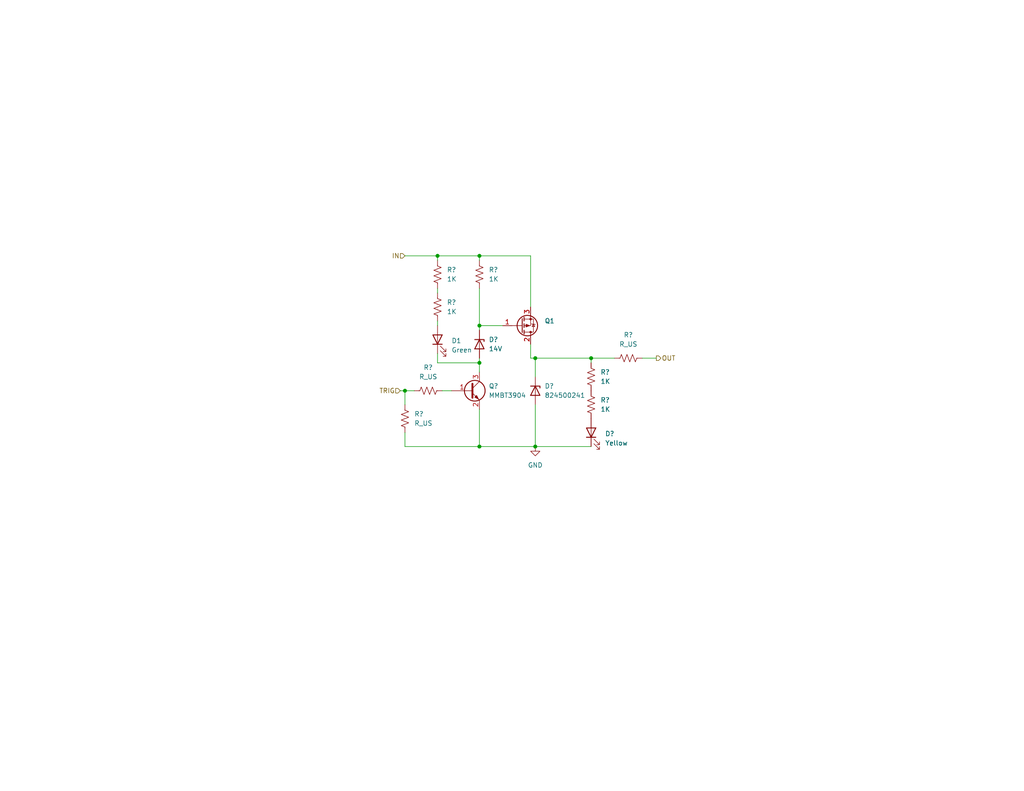
<source format=kicad_sch>
(kicad_sch (version 20211123) (generator eeschema)
  (paper "USLetter")
  (title_block (title "DOM - Fet Output Channel") (date "2022-07-14") (rev "1.0") (company "Missouri S&T Rocket Design Team") (comment 1 "Seth Sievers"))
  (lib_symbols
    (symbol "Device:D_Zener" (pin_numbers hide) (pin_names (offset 1.016) hide)
      (property "Reference" "D" (at 0 2.54 0))
      (property "Value" "D_Zener" (at 0 -2.54 0))
      (symbol "D_Zener_0_1"
        (polyline (pts (xy 1.27 0) (xy -1.27 0)))
        (polyline (pts (xy -1.27 -1.27) (xy -1.27 1.27) (xy -0.762 1.27)) (stroke (width 0.254)))
        (polyline (pts (xy 1.27 -1.27) (xy 1.27 1.27) (xy -1.27 0) (xy 1.27 -1.27)) (stroke (width 0.254)))
      )
      (symbol "D_Zener_1_1"
        (pin passive line (at -3.81 0 0) (length 2.54) (name "K") (number "1"))
        (pin passive line (at 3.81 0 180) (length 2.54) (name "A") (number "2"))
      )
    )
    (symbol "Device:LED" (pin_numbers hide) (pin_names (offset 1.016) hide)
      (property "Reference" "D" (at 0 2.54 0))
      (property "Value" "LED" (at 0 -2.54 0))
      (symbol "LED_0_1"
        (polyline (pts (xy -1.27 -1.27) (xy -1.27 1.27)) (stroke (width 0.254)))
        (polyline (pts (xy -1.27 0) (xy 1.27 0)))
        (polyline (pts (xy 1.27 -1.27) (xy 1.27 1.27) (xy -1.27 0) (xy 1.27 -1.27)) (stroke (width 0.254)))
        (polyline (pts (xy -3.048 -0.762) (xy -4.572 -2.286) (xy -3.81 -2.286) (xy -4.572 -2.286) (xy -4.572 -1.524)))
        (polyline (pts (xy -1.778 -0.762) (xy -3.302 -2.286) (xy -2.54 -2.286) (xy -3.302 -2.286) (xy -3.302 -1.524)))
      )
      (symbol "LED_1_1"
        (pin passive line (at -3.81 0 0) (length 2.54) (name "K") (number "1"))
        (pin passive line (at 3.81 0 180) (length 2.54) (name "A") (number "2"))
      )
    )
    (symbol "Device:R_US" (pin_numbers hide) (pin_names (offset 0))
      (property "Reference" "R" (at 2.54 0 90))
      (property "Value" "R_US" (at -2.54 0 90))
      (symbol "R_US_0_1"
        (polyline (pts (xy 0 -2.286) (xy 0 -2.54)))
        (polyline (pts (xy 0 2.286) (xy 0 2.54)))
        (polyline (pts (xy 0 -0.762) (xy 1.016 -1.143) (xy 0 -1.524) (xy -1.016 -1.905) (xy 0 -2.286)))
        (polyline (pts (xy 0 0.762) (xy 1.016 0.381) (xy 0 0) (xy -1.016 -0.381) (xy 0 -0.762)))
        (polyline (pts (xy 0 2.286) (xy 1.016 1.905) (xy 0 1.524) (xy -1.016 1.143) (xy 0 0.762)))
      )
      (symbol "R_US_1_1"
        (pin passive line (at 0 3.81 270) (length 1.27) (name "~") (number "1"))
        (pin passive line (at 0 -3.81 90) (length 1.27) (name "~") (number "2"))
      )
    )
    (symbol "Transistor_BJT:MMBT3904" (pin_names (offset 0) hide)
      (property "Reference" "Q" (at 5.08 1.905 0))
      (property "Value" "MMBT3904" (at 5.08 0 0))
      (symbol "MMBT3904_0_1"
        (polyline (pts (xy 0.635 0.635) (xy 2.54 2.54)))
        (polyline (pts (xy 0.635 -0.635) (xy 2.54 -2.54) (xy 2.54 -2.54)))
        (polyline (pts (xy 0.635 1.905) (xy 0.635 -1.905) (xy 0.635 -1.905)) (stroke (width 0.508)))
        (polyline (pts (xy 1.27 -1.778) (xy 1.778 -1.27) (xy 2.286 -2.286) (xy 1.27 -1.778) (xy 1.27 -1.778)) (fill (type outline)))
        (circle (center 1.27 0) (radius 2.8194) (stroke (width 0.254)))
      )
      (symbol "MMBT3904_1_1"
        (pin input line (at -5.08 0 0) (length 5.715) (name "B") (number "1"))
        (pin passive line (at 2.54 -5.08 90) (length 2.54) (name "E") (number "2"))
        (pin passive line (at 2.54 5.08 270) (length 2.54) (name "C") (number "3"))
      )
    )
    (symbol "Transistor_FET:IRF9540N" (pin_names hide)
      (property "Reference" "Q" (at 5.08 1.905 0))
      (property "Value" "IRF9540N" (at 5.08 0 0))
      (symbol "IRF9540N_0_1"
        (polyline (pts (xy 0.254 0) (xy -2.54 0)))
        (polyline (pts (xy 0.254 1.905) (xy 0.254 -1.905)) (stroke (width 0.254)))
        (polyline (pts (xy 0.762 -1.27) (xy 0.762 -2.286)) (stroke (width 0.254)))
        (polyline (pts (xy 0.762 0.508) (xy 0.762 -0.508)) (stroke (width 0.254)))
        (polyline (pts (xy 0.762 2.286) (xy 0.762 1.27)) (stroke (width 0.254)))
        (polyline (pts (xy 2.54 2.54) (xy 2.54 1.778)))
        (polyline (pts (xy 2.54 -2.54) (xy 2.54 0) (xy 0.762 0)))
        (polyline (pts (xy 0.762 1.778) (xy 3.302 1.778) (xy 3.302 -1.778) (xy 0.762 -1.778)))
        (polyline (pts (xy 2.286 0) (xy 1.27 0.381) (xy 1.27 -0.381) (xy 2.286 0)) (fill (type outline)))
        (polyline (pts (xy 2.794 -0.508) (xy 2.921 -0.381) (xy 3.683 -0.381) (xy 3.81 -0.254)))
        (polyline (pts (xy 3.302 -0.381) (xy 2.921 0.254) (xy 3.683 0.254) (xy 3.302 -0.381)))
        (circle (center 1.651 0) (radius 2.794) (stroke (width 0.254)))
        (circle (center 2.54 -1.778) (radius 0.254) (fill (type outline)))
        (circle (center 2.54 1.778) (radius 0.254) (fill (type outline)))
      )
      (symbol "IRF9540N_1_1"
        (pin input line (at -5.08 0 0) (length 2.54) (name "G") (number "1"))
        (pin passive line (at 2.54 5.08 270) (length 2.54) (name "D") (number "2"))
        (pin passive line (at 2.54 -5.08 90) (length 2.54) (name "S") (number "3"))
      )
    )
    (symbol "power:GND" (power) (pin_names (offset 0))
      (property "Value" "GND" (at 0 -3.81 0))
      (symbol "GND_0_1"
        (polyline (pts (xy 0 0) (xy 0 -1.27) (xy 1.27 -1.27) (xy 0 -2.54) (xy -1.27 -1.27) (xy 0 -1.27)))
      )
      (symbol "GND_1_1"
        (pin power_in line (at 0 0 270) (length 0) hide (name "GND") (number "1"))
      )
    )
  )
  (junction (at 130.81 69.85))
  (junction (at 130.81 88.9))
  (junction (at 110.49 106.68))
  (junction (at 130.81 121.92))
  (junction (at 161.29 97.79))
  (junction (at 130.81 99.06))
  (junction (at 119.38 69.85))
  (junction (at 146.05 121.92))
  (junction (at 146.05 97.79))
  (wire (pts (xy 110.49 118.11) (xy 110.49 121.92)))
  (wire (pts (xy 110.49 69.85) (xy 119.38 69.85)))
  (wire (pts (xy 144.78 97.79) (xy 146.05 97.79)))
  (wire (pts (xy 130.81 88.9) (xy 130.81 90.17)))
  (wire (pts (xy 144.78 93.98) (xy 144.78 97.79)))
  (wire (pts (xy 175.26 97.79) (xy 179.07 97.79)))
  (wire (pts (xy 146.05 97.79) (xy 146.05 102.87)))
  (wire (pts (xy 119.38 87.63) (xy 119.38 88.9)))
  (wire (pts (xy 130.81 121.92) (xy 110.49 121.92)))
  (wire (pts (xy 161.29 97.79) (xy 161.29 99.06)))
  (wire (pts (xy 161.29 97.79) (xy 167.64 97.79)))
  (wire (pts (xy 119.38 69.85) (xy 119.38 71.12)))
  (wire (pts (xy 130.81 99.06) (xy 130.81 97.79)))
  (wire (pts (xy 144.78 69.85) (xy 144.78 83.82)))
  (wire (pts (xy 130.81 78.74) (xy 130.81 88.9)))
  (wire (pts (xy 130.81 99.06) (xy 130.81 101.6)))
  (wire (pts (xy 119.38 69.85) (xy 130.81 69.85)))
  (wire (pts (xy 130.81 69.85) (xy 144.78 69.85)))
  (wire (pts (xy 137.16 88.9) (xy 130.81 88.9)))
  (wire (pts (xy 130.81 71.12) (xy 130.81 69.85)))
  (wire (pts (xy 120.65 106.68) (xy 123.19 106.68)))
  (wire (pts (xy 130.81 111.76) (xy 130.81 121.92)))
  (wire (pts (xy 119.38 96.52) (xy 119.38 99.06)))
  (wire (pts (xy 119.38 99.06) (xy 130.81 99.06)))
  (wire (pts (xy 109.22 106.68) (xy 110.49 106.68)))
  (wire (pts (xy 146.05 97.79) (xy 161.29 97.79)))
  (wire (pts (xy 146.05 121.92) (xy 130.81 121.92)))
  (wire (pts (xy 119.38 78.74) (xy 119.38 80.01)))
  (wire (pts (xy 110.49 106.68) (xy 113.03 106.68)))
  (wire (pts (xy 161.29 121.92) (xy 146.05 121.92)))
  (wire (pts (xy 146.05 110.49) (xy 146.05 121.92)))
  (wire (pts (xy 110.49 106.68) (xy 110.49 110.49)))
  (hierarchical_label "IN" (shape input) (at 110.49 69.85 180))
  (hierarchical_label "OUT" (shape output) (at 179.07 97.79 0))
  (hierarchical_label "TRIG" (shape input) (at 109.22 106.68 180))
  (symbol (lib_id "Device:R_US") (at 161.29 110.49 0) (unit 1)
    (property "Reference" "R?" (at 163.83 109.2199 0) (effects (justify left)))
    (property "Value" "1K" (at 163.83 111.7599 0) (effects (justify left)))
  )
  (symbol (lib_id "Device:LED") (at 119.38 92.71 90) (unit 1)
    (property "Reference" "D1" (at 123.19 93.0274 90) (effects (justify right)))
    (property "Value" "Green" (at 123.19 95.5674 90) (effects (justify right)))
    (property "Footprint" "LED_THT:LED_D5.0mm" (effects hide))
  )
  (symbol (lib_id "Device:R_US") (at 161.29 102.87 0) (unit 1)
    (property "Reference" "R?" (at 163.83 101.5999 0) (effects (justify left)))
    (property "Value" "1K" (at 163.83 104.1399 0) (effects (justify left)))
  )
  (symbol (lib_id "Transistor_FET:IRF9540N") (at 142.24 88.9 0) (mirror x) (unit 1)
    (property "Reference" "Q1" (at 148.59 87.6299 0) (effects (justify left)))
    (property "Datasheet" "https://www.infineon.com/dgdl/irf9z24npbf.pdf?fileId=5546d462533600a40153561218961ddb" (effects hide))
    (property "Seller" "https://www.digikey.com/en/products/detail/infineon-technologies/IRF9Z24NPBF/811747" (effects hide))
  )
  (symbol (lib_id "Device:R_US") (at 119.38 74.93 0) (unit 1)
    (property "Reference" "R?" (at 121.92 73.6599 0) (effects (justify left)))
    (property "Value" "1K" (at 121.92 76.1999 0) (effects (justify left)))
  )
  (symbol (lib_id "Transistor_BJT:MMBT3904") (at 128.27 106.68 0) (unit 1)
    (property "Reference" "Q?" (at 133.35 105.4099 0) (effects (justify left)))
    (property "Value" "MMBT3904" (at 133.35 107.9499 0) (effects (justify left)))
    (property "Footprint" "Package_TO_SOT_SMD:SOT-23" (effects hide))
    (property "Datasheet" "https://www.onsemi.com/pub/Collateral/2N3903-D.PDF" (effects hide))
    (property "Seller" "https://www.digikey.com/en/products/detail/diodes-incorporated/MMBT3904-7-F/814494" (effects hide))
  )
  (symbol (lib_id "Device:LED") (at 161.29 118.11 90) (unit 1)
    (property "Reference" "D?" (at 165.1 118.4274 90) (effects (justify right)))
    (property "Value" "Yellow" (at 165.1 120.9674 90) (effects (justify right)))
    (property "Footprint" "LED_THT:LED_D5.0mm" (effects hide))
  )
  (symbol (lib_id "Device:D_Zener") (at 146.05 106.68 270) (unit 1)
    (property "Reference" "D?" (at 148.59 105.4099 90) (effects (justify left)))
    (property "Value" "824500241" (at 148.59 107.9499 90) (effects (justify left)))
    (property "Footprint" "Diode_SMD:D_SMA" (effects hide))
    (property "Datasheet" "https://www.we-online.com/katalog/datasheet/824500241.pdf" (effects hide))
    (property "Seller" "https://www.digikey.com/en/products/detail/w%C3%BCrth-elektronik/824500241/5870797" (effects hide))
  )
  (symbol (lib_id "Device:R_US") (at 110.49 114.3 0) (unit 1)
    (property "Reference" "R?" (at 113.03 113.0299 0) (effects (justify left)))
    (property "Value" "R_US" (at 113.03 115.5699 0) (effects (justify left)))
  )
  (symbol (lib_id "power:GND") (at 146.05 121.92 0) (unit 1)
    (property "Reference" "#PWR?" (effects hide))
  )
  (symbol (lib_id "Device:R_US") (at 171.45 97.79 270) (unit 1)
    (property "Reference" "R?" (at 171.45 91.44 90))
    (property "Value" "R_US" (at 171.45 93.98 90))
  )
  (symbol (lib_id "Device:R_US") (at 130.81 74.93 0) (unit 1)
    (property "Reference" "R?" (at 133.35 73.6599 0) (effects (justify left)))
    (property "Value" "1K" (at 133.35 76.1999 0) (effects (justify left)))
  )
  (symbol (lib_id "Device:D_Zener") (at 130.81 93.98 270) (unit 1)
    (property "Reference" "D?" (at 133.35 92.7099 90) (effects (justify left)))
    (property "Value" "14V" (at 133.35 95.2499 90) (effects (justify left)))
    (property "Footprint" "Diode_SMD:D_SOD-123" (effects hide))
    (property "Datasheet" "https://www.panjit.com.tw/upload/datasheet/BZT52-C2V4_SERIES.pdf" (effects hide))
    (property "Seller" "https://www.digikey.com/en/products/detail/panjit-international-inc/BZT52-C14-R1-00001/15800759" (effects hide))
  )
  (symbol (lib_id "Device:R_US") (at 119.38 83.82 0) (unit 1)
    (property "Reference" "R?" (at 121.92 82.5499 0) (effects (justify left)))
    (property "Value" "1K" (at 121.92 85.0899 0) (effects (justify left)))
  )
  (symbol (lib_id "Device:R_US") (at 116.84 106.68 270) (unit 1)
    (property "Reference" "R?" (at 116.84 100.33 90))
    (property "Value" "R_US" (at 116.84 102.87 90))
  )
)
</source>
